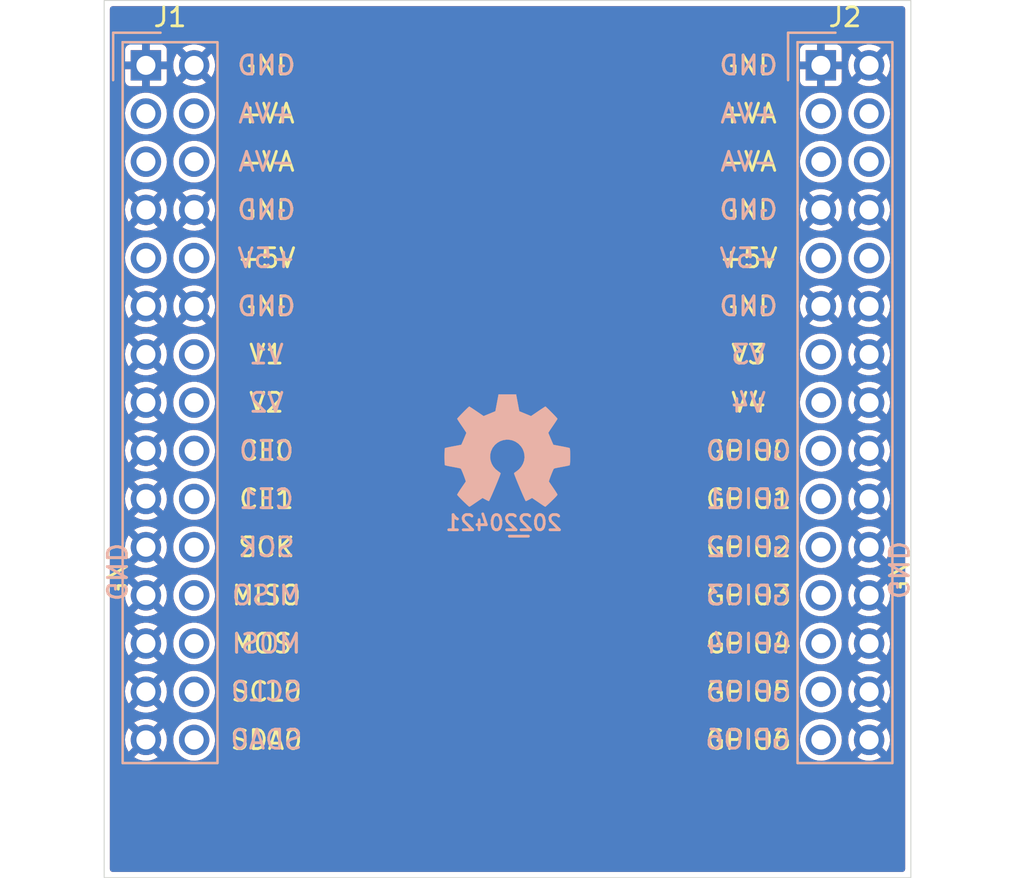
<source format=kicad_pcb>
(kicad_pcb (version 20211014) (generator pcbnew)
  (layers (0 "F.Cu" signal) (31 "B.Cu" signal) (34 "B.Paste" user) (35 "F.Paste" user) (36 "B.SilkS" user "B.Silkscreen") (37 "F.SilkS" user "F.Silkscreen") (38 "B.Mask" user) (39 "F.Mask" user) (44 "Edge.Cuts" user))
  (net 0 "")
  (net 1 "GND")
  (footprint "SquantorConnectorsNamed:module_2x15_right" (layer "F.Cu") (at 181.61 90.17)
    (fp_text reference "J2" (at 0 -20.32 unlocked) (layer "F.SilkS"))
    (fp_text value "module_2x15_right_input")
    (fp_text user "GND" (at -5.08 -10.16 unlocked) (layer "B.SilkS") (effects (justify mirror)))
    (fp_text user "GND" (at 2.79 8.83 -90 unlocked) (layer "B.SilkS") (effects (justify mirror)))
    (fp_text user "+VA" (at -5.08 -15.24 unlocked) (layer "B.SilkS") (effects (justify mirror)))
    (fp_text user "V4" (at -5.08 0 unlocked) (layer "B.SilkS") (effects (justify mirror)))
    (fp_text user "GND" (at -5.08 -5.08 unlocked) (layer "B.SilkS") (effects (justify mirror)))
    (fp_text user "V3" (at -5.08 -2.54 unlocked) (layer "B.SilkS") (effects (justify mirror)))
    (fp_text user "GPIO3" (at -5.08 10.16 unlocked) (layer "B.SilkS") (effects (justify mirror)))
    (fp_text user "GPIO2" (at -5.08 7.62 unlocked) (layer "B.SilkS") (effects (justify mirror)))
    (fp_text user "GPIO0" (at -5.08 2.54 unlocked) (layer "B.SilkS") (effects (justify mirror)))
    (fp_text user "GPIO4" (at -5.08 12.7 unlocked) (layer "B.SilkS") (effects (justify mirror)))
    (fp_text user "-VA" (at -5.08 -12.7 unlocked) (layer "B.SilkS") (effects (justify mirror)))
    (fp_text user "GPIO5" (at -5.08 15.24 unlocked) (layer "B.SilkS") (effects (justify mirror)))
    (fp_text user "GPIO1" (at -5.08 5.08 unlocked) (layer "B.SilkS") (effects (justify mirror)))
    (fp_text user "GND" (at -5.08 -17.78 unlocked) (layer "B.SilkS") (effects (justify mirror)))
    (fp_text user "GPIO6" (at -5.112672 17.756379 unlocked) (layer "B.SilkS") (effects (justify mirror)))
    (fp_text user "+5V" (at -5.08 -7.62 unlocked) (layer "B.SilkS") (effects (justify mirror)))
    (fp_text user "V4" (at -5.08 0 unlocked) (layer "F.SilkS"))
    (fp_text user "GPIO6" (at -5.08 17.78 unlocked) (layer "F.SilkS"))
    (fp_text user "V3" (at -5.08 -2.54 unlocked) (layer "F.SilkS"))
    (fp_text user "GPIO0" (at -5.08 2.54 unlocked) (layer "F.SilkS"))
    (fp_text user "GPIO2" (at -5.08 7.62 unlocked) (layer "F.SilkS"))
    (fp_text user "GND" (at -5.08 -17.78 unlocked) (layer "F.SilkS"))
    (fp_text user "GND" (at -5.08 -5.08 unlocked) (layer "F.SilkS"))
    (fp_text user "+VA" (at -5.08 -15.24 unlocked) (layer "F.SilkS"))
    (fp_text user "GPIO1" (at -5.08 5.08 unlocked) (layer "F.SilkS"))
    (fp_text user "GND" (at -5.08 -10.16 unlocked) (layer "F.SilkS"))
    (fp_text user "GPIO4" (at -5.08 12.7 unlocked) (layer "F.SilkS"))
    (fp_text user "+5V" (at -5.08 -7.62 unlocked) (layer "F.SilkS"))
    (fp_text user "GND" (at 2.89 8.83 90 unlocked) (layer "F.SilkS"))
    (fp_text user "GPIO5" (at -5.08 15.24 unlocked) (layer "F.SilkS"))
    (fp_text user "-VA" (at -5.08 -12.7 unlocked) (layer "F.SilkS"))
    (fp_text user "GPIO3" (at -5.08 10.16 unlocked) (layer "F.SilkS"))
    (fp_line (start -0.5 -19.5) (end -3 -19.5) (layer "B.SilkS") (width 0.12))
    (fp_line (start -3 -19.5) (end -3 -17) (layer "B.SilkS") (width 0.12))
    (fp_rect (start -2.5 -19) (end 2.5 19) (layer "B.SilkS") (width 0.12) (fill none))
    (fp_line (start -3 -19.5) (end -0.5 -19.5) (layer "F.SilkS") (width 0.12))
    (fp_line (start 2.5 -19) (end 2.5 19) (layer "F.SilkS") (width 0.12))
    (fp_line (start 2.5 19) (end -2.5 19) (layer "F.SilkS") (width 0.12))
    (fp_line (start -2.5 -19) (end 2.5 -19) (layer "F.SilkS") (width 0.12))
    (fp_line (start -3 -17) (end -3 -19.5) (layer "F.SilkS") (width 0.12))
    (fp_line (start -2.5 19) (end -2.5 -19) (layer "F.SilkS") (width 0.12))
    (pad "1" thru_hole rect (at -1.27 -17.78) (size 1.6 1.6) (drill 1) (layers *.Cu *.Mask) (net 1 "GND"))
    (pad "2" thru_hole circle (at 1.27 -17.78) (size 1.6 1.6) (drill 1) (layers *.Cu *.Mask) (net 1 "GND"))
    (pad "3" thru_hole circle (at -1.27 -15.24) (size 1.6 1.6) (drill 1) (layers *.Cu *.Mask))
    (pad "4" thru_hole circle (at 1.27 -15.24) (size 1.6 1.6) (drill 1) (layers *.Cu *.Mask))
    (pad "5" thru_hole circle (at -1.27 -12.7) (size 1.6 1.6) (drill 1) (layers *.Cu *.Mask))
    (pad "6" thru_hole circle (at 1.27 -12.7) (size 1.6 1.6) (drill 1) (layers *.Cu *.Mask))
    (pad "7" thru_hole circle (at -1.27 -10.16) (size 1.6 1.6) (drill 1) (layers *.Cu *.Mask) (net 1 "GND"))
    (pad "8" thru_hole circle (at 1.27 -10.16) (size 1.6 1.6) (drill 1) (layers *.Cu *.Mask) (net 1 "GND"))
    (pad "9" thru_hole circle (at -1.27 -7.62) (size 1.6 1.6) (drill 1) (layers *.Cu *.Mask))
    (pad "10" thru_hole circle (at 1.27 -7.62) (size 1.6 1.6) (drill 1) (layers *.Cu *.Mask))
    (pad "11" thru_hole circle (at -1.27 -5.08) (size 1.6 1.6) (drill 1) (layers *.Cu *.Mask) (net 1 "GND"))
    (pad "12" thru_hole circle (at 1.27 -5.08) (size 1.6 1.6) (drill 1) (layers *.Cu *.Mask) (net 1 "GND"))
    (pad "13" thru_hole circle (at -1.27 -2.54) (size 1.6 1.6) (drill 1) (layers *.Cu *.Mask))
    (pad "14" thru_hole circle (at 1.27 -2.54) (size 1.6 1.6) (drill 1) (layers *.Cu *.Mask) (net 1 "GND"))
    (pad "15" thru_hole circle (at -1.27 0) (size 1.6 1.6) (drill 1) (layers *.Cu *.Mask))
    (pad "16" thru_hole circle (at 1.27 0) (size 1.6 1.6) (drill 1) (layers *.Cu *.Mask) (net 1 "GND"))
    (pad "17" thru_hole circle (at -1.27 2.54) (size 1.6 1.6) (drill 1) (layers *.Cu *.Mask))
    (pad "18" thru_hole circle (at 1.27 2.54) (size 1.6 1.6) (drill 1) (layers *.Cu *.Mask) (net 1 "GND"))
    (pad "19" thru_hole circle (at -1.27 5.08) (size 1.6 1.6) (drill 1) (layers *.Cu *.Mask))
    (pad "20" thru_hole circle (at 1.27 5.08) (size 1.6 1.6) (drill 1) (layers *.Cu *.Mask) (net 1 "GND"))
    (pad "21" thru_hole circle (at -1.27 7.62) (size 1.6 1.6) (drill 1) (layers *.Cu *.Mask))
    (pad "22" thru_hole circle (at 1.27 7.62) (size 1.6 1.6) (drill 1) (layers *.Cu *.Mask) (net 1 "GND"))
    (pad "23" thru_hole circle (at -1.27 10.16) (size 1.6 1.6) (drill 1) (layers *.Cu *.Mask))
    (pad "24" thru_hole circle (at 1.27 10.16) (size 1.6 1.6) (drill 1) (layers *.Cu *.Mask) (net 1 "GND"))
    (pad "25" thru_hole circle (at -1.27 12.7) (size 1.6 1.6) (drill 1) (layers *.Cu *.Mask))
    (pad "26" thru_hole circle (at 1.27 12.7) (size 1.6 1.6) (drill 1) (layers *.Cu *.Mask) (net 1 "GND"))
    (pad "27" thru_hole circle (at -1.27 15.24) (size 1.6 1.6) (drill 1) (layers *.Cu *.Mask))
    (pad "28" thru_hole circle (at 1.27 15.24) (size 1.6 1.6) (drill 1) (layers *.Cu *.Mask) (net 1 "GND"))
    (pad "29" thru_hole circle (at -1.27 17.78) (size 1.6 1.6) (drill 1) (layers *.Cu *.Mask))
    (pad "30" thru_hole circle (at 1.27 17.78) (size 1.6 1.6) (drill 1) (layers *.Cu *.Mask) (net 1 "GND"))
  )
  (footprint "SquantorConnectorsNamed:module_2x15_left" (layer "F.Cu") (at 146.05 90.17)
    (fp_text reference "J1" (at 0 -20.32 unlocked) (layer "F.SilkS"))
    (fp_text value "module_2x15_left_input")
    (fp_text user "GND" (at 5.08 -17.78 unlocked) (layer "B.SilkS") (effects (justify mirror)))
    (fp_text user "MISO" (at 5.08 10.16 unlocked) (layer "B.SilkS") (effects (justify mirror)))
    (fp_text user "+5V" (at 5.08 -7.62 unlocked) (layer "B.SilkS") (effects (justify mirror)))
    (fp_text user "SCK" (at 5.08 7.62 unlocked) (layer "B.SilkS") (effects (justify mirror)))
    (fp_text user "-VA" (at 5.08 -12.7 unlocked) (layer "B.SilkS") (effects (justify mirror)))
    (fp_text user "CE1" (at 5.08 5.08 unlocked) (layer "B.SilkS") (effects (justify mirror)))
    (fp_text user "+VA" (at 5.08 -15.24 unlocked) (layer "B.SilkS") (effects (justify mirror)))
    (fp_text user "V1" (at 5.08 -2.54 unlocked) (layer "B.SilkS") (effects (justify mirror)))
    (fp_text user "GND" (at -2.85 8.93 -90 unlocked) (layer "B.SilkS") (effects (justify mirror)))
    (fp_text user "GND" (at 5.08 -5.08 unlocked) (layer "B.SilkS") (effects (justify mirror)))
    (fp_text user "CE0" (at 5.08 2.54 unlocked) (layer "B.SilkS") (effects (justify mirror)))
    (fp_text user "GND" (at 5.08 -10.16 unlocked) (layer "B.SilkS") (effects (justify mirror)))
    (fp_text user "MOSI" (at 5.08 12.7 unlocked) (layer "B.SilkS") (effects (justify mirror)))
    (fp_text user "V2" (at 5.08 0 unlocked) (layer "B.SilkS") (effects (justify mirror)))
    (fp_text user "SDA0" (at 5.079999 17.758937 unlocked) (layer "B.SilkS") (effects (justify mirror)))
    (fp_text user "SCL0" (at 5.079999 15.21948 unlocked) (layer "B.SilkS") (effects (justify mirror)))
    (fp_text user "GND" (at 5.08 -10.16 unlocked) (layer "F.SilkS"))
    (fp_text user "MOSI" (at 5.08 12.7 unlocked) (layer "F.SilkS"))
    (fp_text user "+5V" (at 5.08 -7.62 unlocked) (layer "F.SilkS"))
    (fp_text user "GND" (at 5.08 -5.08 unlocked) (layer "F.SilkS"))
    (fp_text user "SCL0" (at 5.08 15.24 unlocked) (layer "F.SilkS"))
    (fp_text user "CE1" (at 5.08 5.08 unlocked) (layer "F.SilkS"))
    (fp_text user "GND" (at 5.08 -17.78 unlocked) (layer "F.SilkS"))
    (fp_text user "-VA" (at 5.08 -12.7 unlocked) (layer "F.SilkS"))
    (fp_text user "SDA0" (at 5.08 17.78 unlocked) (layer "F.SilkS"))
    (fp_text user "MISO" (at 5.08 10.16 unlocked) (layer "F.SilkS"))
    (fp_text user "GND" (at -2.75 8.93 90 unlocked) (layer "F.SilkS"))
    (fp_text user "CE0" (at 5.08 2.54 unlocked) (layer "F.SilkS"))
    (fp_text user "SCK" (at 5.08 7.62 unlocked) (layer "F.SilkS"))
    (fp_text user "V1" (at 5.08 -2.54 unlocked) (layer "F.SilkS"))
    (fp_text user "V2" (at 5.08 0 unlocked) (layer "F.SilkS"))
    (fp_text user "+VA" (at 5.08 -15.24 unlocked) (layer "F.SilkS"))
    (fp_line (start -3 -17) (end -3 -19.5) (layer "B.SilkS") (width 0.12))
    (fp_line (start -3 -19.5) (end -0.5 -19.5) (layer "B.SilkS") (width 0.12))
    (fp_rect (start -2.5 -19) (end 2.5 19) (layer "B.SilkS") (width 0.12) (fill none))
    (fp_line (start 2.5 -19) (end 2.5 19) (layer "F.SilkS") (width 0.12))
    (fp_line (start -3 -17) (end -3 -19.5) (layer "F.SilkS") (width 0.12))
    (fp_line (start -3 -19.5) (end -0.5 -19.5) (layer "F.SilkS") (width 0.12))
    (fp_line (start -2.5 -19) (end 2.5 -19) (layer "F.SilkS") (width 0.12))
    (fp_line (start 2.5 19) (end -2.5 19) (layer "F.SilkS") (width 0.12))
    (fp_line (start -2.5 19) (end -2.5 -19) (layer "F.SilkS") (width 0.12))
    (pad "1" thru_hole rect (at -1.27 -17.78) (size 1.6 1.6) (drill 1) (layers *.Cu *.Mask) (net 1 "GND"))
    (pad "2" thru_hole circle (at 1.27 -17.78) (size 1.6 1.6) (drill 1) (layers *.Cu *.Mask) (net 1 "GND"))
    (pad "3" thru_hole circle (at -1.27 -15.24) (size 1.6 1.6) (drill 1) (layers *.Cu *.Mask))
    (pad "4" thru_hole circle (at 1.27 -15.24) (size 1.6 1.6) (drill 1) (layers *.Cu *.Mask))
    (pad "5" thru_hole circle (at -1.27 -12.7) (size 1.6 1.6) (drill 1) (layers *.Cu *.Mask))
    (pad "6" thru_hole circle (at 1.27 -12.7) (size 1.6 1.6) (drill 1) (layers *.Cu *.Mask))
    (pad "7" thru_hole circle (at -1.27 -10.16) (size 1.6 1.6) (drill 1) (layers *.Cu *.Mask) (net 1 "GND"))
    (pad "8" thru_hole circle (at 1.27 -10.16) (size 1.6 1.6) (drill 1) (layers *.Cu *.Mask) (net 1 "GND"))
    (pad "9" thru_hole circle (at -1.27 -7.62) (size 1.6 1.6) (drill 1) (layers *.Cu *.Mask))
    (pad "10" thru_hole circle (at 1.27 -7.62) (size 1.6 1.6) (drill 1) (layers *.Cu *.Mask))
    (pad "11" thru_hole circle (at -1.27 -5.08) (size 1.6 1.6) (drill 1) (layers *.Cu *.Mask) (net 1 "GND"))
    (pad "12" thru_hole circle (at 1.27 -5.08) (size 1.6 1.6) (drill 1) (layers *.Cu *.Mask) (net 1 "GND"))
    (pad "13" thru_hole circle (at -1.27 -2.54) (size 1.6 1.6) (drill 1) (layers *.Cu *.Mask) (net 1 "GND"))
    (pad "14" thru_hole circle (at 1.27 -2.54) (size 1.6 1.6) (drill 1) (layers *.Cu *.Mask))
    (pad "15" thru_hole circle (at -1.27 0) (size 1.6 1.6) (drill 1) (layers *.Cu *.Mask) (net 1 "GND"))
    (pad "16" thru_hole circle (at 1.27 0) (size 1.6 1.6) (drill 1) (layers *.Cu *.Mask))
    (pad "17" thru_hole circle (at -1.27 2.54) (size 1.6 1.6) (drill 1) (layers *.Cu *.Mask) (net 1 "GND"))
    (pad "18" thru_hole circle (at 1.27 2.54) (size 1.6 1.6) (drill 1) (layers *.Cu *.Mask))
    (pad "19" thru_hole circle (at -1.27 5.08) (size 1.6 1.6) (drill 1) (layers *.Cu *.Mask) (net 1 "GND"))
    (pad "20" thru_hole circle (at 1.27 5.08) (size 1.6 1.6) (drill 1) (layers *.Cu *.Mask))
    (pad "21" thru_hole circle (at -1.27 7.62) (size 1.6 1.6) (drill 1) (layers *.Cu *.Mask) (net 1 "GND"))
    (pad "22" thru_hole circle (at 1.27 7.62) (size 1.6 1.6) (drill 1) (layers *.Cu *.Mask))
    (pad "23" thru_hole circle (at -1.27 10.16) (size 1.6 1.6) (drill 1) (layers *.Cu *.Mask) (net 1 "GND"))
    (pad "24" thru_hole circle (at 1.27 10.16) (size 1.6 1.6) (drill 1) (layers *.Cu *.Mask))
    (pad "25" thru_hole circle (at -1.27 12.7) (size 1.6 1.6) (drill 1) (layers *.Cu *.Mask) (net 1 "GND"))
    (pad "26" thru_hole circle (at 1.27 12.7) (size 1.6 1.6) (drill 1) (layers *.Cu *.Mask))
    (pad "27" thru_hole circle (at -1.27 15.24) (size 1.6 1.6) (drill 1) (layers *.Cu *.Mask) (net 1 "GND"))
    (pad "28" thru_hole circle (at 1.27 15.24) (size 1.6 1.6) (drill 1) (layers *.Cu *.Mask))
    (pad "29" thru_hole circle (at -1.27 17.78) (size 1.6 1.6) (drill 1) (layers *.Cu *.Mask) (net 1 "GND"))
    (pad "30" thru_hole circle (at 1.27 17.78) (size 1.6 1.6) (drill 1) (layers *.Cu *.Mask))
  )
  (footprint "SquantorLabels:Label_Generic" (layer "B.Cu") (at 164.43 96.61 180)
    (fp_text reference "N1" hide)
    (fp_text value "20220421" (at 0.8 0.1) (layer "B.SilkS") (effects (font (size 0.8 0.8)) (justify mirror)))
    (fp_line (start -0.5 -0.6) (end 0.5 -0.6) (layer "B.SilkS") (width 0.15))
  )
  (footprint "Symbol:OSHW-Symbol_6.7x6mm_SilkScreen" (layer "B.Cu") (at 163.83 92.71 180)
    (fp_text reference "N2" hide)
    (fp_text value "OHWLOGO" hide)
    (fp_poly (pts (xy 0.555814 2.531069) (xy 0.639635 2.086445) (xy 0.94892 1.958947) (xy 1.258206 1.831449) (xy 1.629246 2.083754) (xy 1.733157 2.154004) (xy 1.827087 2.216728) (xy 1.906652 2.269062) (xy 1.96747 2.308143) (xy 2.005157 2.331107) (xy 2.015421 2.336058) (xy 2.03391 2.323324) (xy 2.07342 2.288118) (xy 2.129522 2.234938) (xy 2.197787 2.168282) (xy 2.273786 2.092646) (xy 2.353092 2.012528) (xy 2.431275 1.932426) (xy 2.503907 1.856836) (xy 2.566559 1.790255) (xy 2.614803 1.737182) (xy 2.64421 1.702113) (xy 2.651241 1.690377) (xy 2.641123 1.66874) (xy 2.612759 1.621338) (xy 2.569129 1.552807) (xy 2.513218 1.467785) (xy 2.448006 1.370907) (xy 2.410219 1.31565) (xy 2.341343 1.214752) (xy 2.28014 1.123701) (xy 2.229578 1.04703) (xy 2.192628 0.989272) (xy 2.172258 0.954957) (xy 2.169197 0.947746) (xy 2.176136 0.927252) (xy 2.195051 0.879487) (xy 2.223087 0.811168) (xy 2.257391 0.729011) (xy 2.295109 0.63973) (xy 2.333387 0.550042) (xy 2.36937 0.466662) (xy 2.400206 0.396306) (xy 2.423039 0.34569) (xy 2.435017 0.321529) (xy 2.435724 0.320578) (xy 2.454531 0.315964) (xy 2.504618 0.305672) (xy 2.580793 0.290713) (xy 2.677865 0.272099) (xy 2.790643 0.250841) (xy 2.856442 0.238582) (xy 2.97695 0.215638) (xy 3.085797 0.193805) (xy 3.177476 0.174278) (xy 3.246481 0.158252) (xy 3.287304 0.146921) (xy 3.295511 0.143326) (xy 3.303548 0.118994) (xy 3.310033 0.064041) (xy 3.31497 -0.015108) (xy 3.318364 -0.112026) (xy 3.320218 -0.220287) (xy 3.320538 -0.333465) (xy 3.319327 -0.445135) (xy 3.31659 -0.548868) (xy 3.312331 -0.638241) (xy 3.306555 -0.706826) (xy 3.299267 -0.748197) (xy 3.294895 -0.75681) (xy 3.268764 -0.767133) (xy 3.213393 -0.781892) (xy 3.136107 -0.799352) (xy 3.04423 -0.81778) (xy 3.012158 -0.823741) (xy 2.857524 -0.852066) (xy 2.735375 -0.874876) (xy 2.641673 -0.89308) (xy 2.572384 -0.907583) (xy 2.523471 -0.919292) (xy 2.490897 -0.929115) (xy 2.470628 -0.937956) (xy 2.458626 -0.946724) (xy 2.456947 -0.948457) (xy 2.440184 -0.976371) (xy 2.414614 -1.030695) (xy 2.382788 -1.104777) (xy 2.34726 -1.191965) (xy 2.310583 -1.285608) (xy 2.275311 -1.379052) (xy 2.243996 -1.465647) (xy 2.219193 -1.53874) (xy 2.203454 -1.591678) (xy 2.199332 -1.617811) (xy 2.199676 -1.618726) (xy 2.213641 -1.640086) (xy 2.245322 -1.687084) (xy 2.291391 -1.754827) (xy 2.348518 -1.838423) (xy 2.413373 -1.932982) (xy 2.431843 -1.959854) (xy 2.497699 -2.057275) (xy 2.55565 -2.146163) (xy 2.602538 -2.221412) (xy 2.635207 -2.27792) (xy 2.6505 -2.310581) (xy 2.651241 -2.314593) (xy 2.638392 -2.335684) (xy 2.602888 -2.377464) (xy 2.549293 -2.435445) (xy 2.482171 -2.505135) (xy 2.406087 -2.582045) (xy 2.325604 -2.661683) (xy 2.245287 -2.739561) (xy 2.169699 -2.811186) (xy 2.103405 -2.87207) (xy 2.050969 -2.917721) (xy 2.016955 -2.94365) (xy 2.007545 -2.947883) (xy 1.985643 -2.937912) (xy 1.9408 -2.91102) (xy 1.880321 -2.871736) (xy 1.833789 -2.840117) (xy 1.749475 -2.782098) (xy 1.649626 -2.713784) (xy 1.549473 -2.645579) (xy 1.495627 -2.609075) (xy 1.313371 -2.4858) (xy 1.160381 -2.56852) (xy 1.090682 -2.604759) (xy 1.031414 -2.632926) (xy 0.991311 -2.648991) (xy 0.981103 -2.651226) (xy 0.968829 -2.634722) (xy 0.944613 -2.588082) (xy 0.910263 -2.515609) (xy 0.867588 -2.421606) (xy 0.818394 -2.310374) (xy 0.76449 -2.186215) (xy 0.707684 -2.053432) (xy 0.649782 -1.916327) (xy 0.592593 -1.779202) (xy 0.537924 -1.646358) (xy 0.487584 -1.522098) (xy 0.44338 -1.410725) (xy 0.407119 -1.316539) (xy 0.380609 -1.243844) (xy 0.365658 -1.196941) (xy 0.363254 -1.180833) (xy 0.382311 -1.160286) (xy 0.424036 -1.126933) (xy 0.479706 -1.087702) (xy 0.484378 -1.084599) (xy 0.628264 -0.969423) (xy 0.744283 -0.835053) (xy 0.83143 -0.685784) (xy 0.888699 -0.525913) (xy 0.915086 -0.359737) (xy 0.909585 -0.191552) (xy 0.87119 -0.025655) (xy 0.798895 0.133658) (xy 0.777626 0.168513) (xy 0.666996 0.309263) (xy 0.536302 0.422286) (xy 0.390064 0.506997) (xy 0.232808 0.562806) (xy 0.069057 0.589126) (xy -0.096667 0.58537) (xy -0.259838 0.55095) (xy -0.415935 0.485277) (xy -0.560433 0.387765) (xy -0.605131 0.348187) (xy -0.718888 0.224297) (xy -0.801782 0.093876) (xy -0.858644 -0.052315) (xy -0.890313 -0.197088) (xy -0.898131 -0.35986) (xy -0.872062 -0.52344) (xy -0.814755 -0.682298) (xy -0.728856 -0.830906) (xy -0.617014 -0.963735) (xy -0.481877 -1.075256) (xy -0.464117 -1.087011) (xy -0.40785 -1.125508) (xy -0.365077 -1.158863) (xy -0.344628 -1.18016) (xy -0.344331 -1.180833) (xy -0.348721 -1.203871) (xy -0.366124 -1.256157) (xy -0.394732 -1.33339) (xy -0.432735 -1.431268) (xy -0.478326 -1.545491) (xy -0.529697 -1.671758) (xy -0.585038 -1.805767) (xy -0.642542 -1.943218) (xy -0.700399 -2.079808) (xy -0.756802 -2.211237) (xy -0.809942 -2.333205) (xy -0.85801 -2.441409) (xy -0.899199 -2.531549) (xy -0.931699 -2.599323) (xy -0.953703 -2.64043) (xy -0.962564 -2.651226) (xy -0.98964 -2.642819) (xy -1.040303 -2.620272) (xy -1.105817 -2.587613) (xy -1.141841 -2.56852) (xy -1.294832 -2.4858) (xy -1.477088 -2.609075) (xy -1.570125 -2.672228) (xy -1.671985 -2.741727) (xy -1.767438 -2.807165) (xy -1.81525 -2.840117) (xy -1.882495 -2.885273) (xy -1.939436 -2.921057) (xy -1.978646 -2.942938) (xy -1.991381 -2.947563) (xy -2.009917 -2.935085) (xy -2.050941 -2.900252) (xy -2.110475 -2.846678) (xy -2.184542 -2.777983) (xy -2.269165 -2.697781) (xy -2.322685 -2.646286) (xy -2.416319 -2.554286) (xy -2.497241 -2.471999) (xy -2.562177 -2.402945) (xy -2.607858 -2.350644) (xy -2.631011 -2.318616) (xy -2.633232 -2.312116) (xy -2.622924 -2.287394) (xy -2.594439 -2.237405) (xy -2.550937 -2.167212) (xy -2.495577 -2.081875) (xy -2.43152 -1.986456) (xy -2.413303 -1.959854) (xy -2.346927 -1.863167) (xy -2.287378 -1.776117) (xy -2.237984 -1.703595) (xy -2.202075 -1.650493) (xy -2.182981 -1.621703) (xy -2.181136 -1.618726) (xy -2.183895 -1.595782) (xy -2.198538 -1.545336) (xy -2.222513 -1.474041) (xy -2.253266 -1.388547) (xy -2.288244 -1.295507) (xy -2.324893 -1.201574) (xy -2.360661 -1.113399) (xy -2.392994 -1.037634) (xy -2.419338 -0.980931) (xy -2.437142 -0.949943) (xy -2.438407 -0.948457) (xy -2.449294 -0.939601) (xy -2.467682 -0.930843) (xy -2.497606 -0.921277) (xy -2.543103 -0.909996) (xy -2.608209 -0.896093) (xy -2.696961 -0.878663) (xy -2.813393 -0.856798) (xy -2.961542 -0.829591) (xy -2.993618 -0.823741) (xy -3.088686 -0.805374) (xy -3.171565 -0.787405) (xy -3.23493 -0.771569) (xy -3.271458 -0.7596) (xy -3.276356 -0.75681) (xy -3.284427 -0.732072) (xy -3.290987 -0.67679) (xy -3.296033 -0.597389) (xy -3.299559 -0.500296) (xy -3.301561 -0.391938) (xy -3.302036 -0.27874) (xy -3.300977 -0.167128) (xy -3.298382 -0.063529) (xy -3.294246 0.025632) (xy -3.288563 0.093928) (xy -3.281331 0.134934) (xy -3.276971 0.143326) (xy -3.252698 0.151792) (xy -3.197426 0.165565) (xy -3.116662 0.18345) (xy -3.015912 0.204252) (xy -2.900683 0.226777) (xy -2.837902 0.238582) (xy -2.718787 0.260849) (xy -2.612565 0.281021) (xy -2.524427 0.298085) (xy -2.459566 0.311031) (xy -2.423174 0.318845) (xy -2.417184 0.320578) (xy -2.407061 0.34011) (xy -2.385662 0.387157) (xy -2.355839 0.454997) (xy -2.320445 0.536909) (xy -2.282332 0.626172) (xy -2.244353 0.716065) (xy -2.20936 0.799865) (xy -2.180206 0.870853) (xy -2.159743 0.922306) (xy -2.150823 0.947503) (xy -2.150657 0.948604) (xy -2.160769 0.968481) (xy -2.189117 1.014223) (xy -2.232723 1.081283) (xy -2.288606 1.165116) (xy -2.353787 1.261174) (xy -2.391679 1.31635) (xy -2.460725 1.417519) (xy -2.52205 1.50937) (xy -2.572663 1.587256) (xy -2.609571 1.646531) (xy -2.629782 1.682549) (xy -2.632701 1.690623) (xy -2.620153 1.709416) (xy -2.585463 1.749543) (xy -2.533063 1.806507) (xy -2.467384 1.875815) (xy -2.392856 1.952969) (xy -2.313913 2.033475) (xy -2.234983 2.112837) (xy -2.1605 2.18656) (xy -2.094894 2.250148) (xy -2.042596 2.299106) (xy -2.008039 2.328939) (xy -1.996478 2.336058) (xy -1.977654 2.326047) (xy -1.932631 2.297922) (xy -1.865787 2.254546) (xy -1.781499 2.198782) (xy -1.684144 2.133494) (xy -1.610707 2.083754) (xy -1.239667 1.831449) (xy -0.621095 2.086445) (xy -0.537275 2.531069) (xy -0.453454 2.975693) (xy 0.471994 2.975693) (xy 0.555814 2.531069)) (layer "B.SilkS") (width 0.01) (fill solid))
  )
  (gr_rect (start 142.58 68.97) (end 185.08 115.21) (layer "Edge.Cuts") (width 0.05) (fill none))
  (zone (net 1) (net_name "GND") (layers F&B.Cu) (connect_pads (clearance 0.3)) (min_thickness 0.3) (fill yes (thermal_gap 0.3) (thermal_bridge_width 0.4))
    (polygon (pts (xy 185.08 115.21) (xy 142.58 115.21) (xy 142.58 68.97) (xy 185.1 68.97)))
  )
)
</source>
